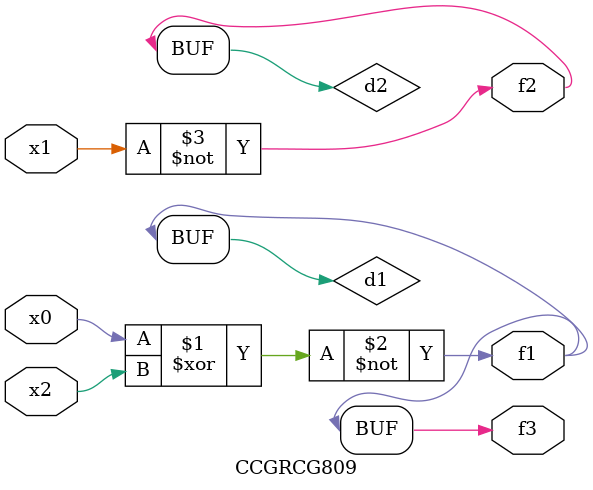
<source format=v>
module CCGRCG809(
	input x0, x1, x2,
	output f1, f2, f3
);

	wire d1, d2, d3;

	xnor (d1, x0, x2);
	nand (d2, x1);
	nor (d3, x1, x2);
	assign f1 = d1;
	assign f2 = d2;
	assign f3 = d1;
endmodule

</source>
